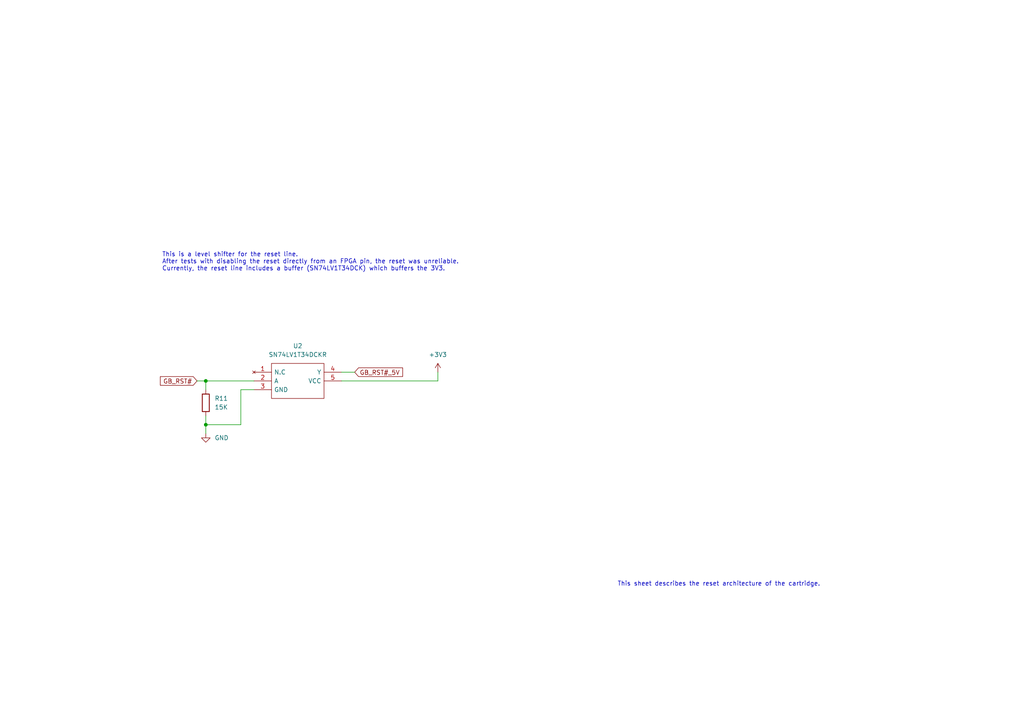
<source format=kicad_sch>
(kicad_sch (version 20211123) (generator eeschema)

  (uuid c4587bb7-c73a-4ad0-bcd4-d7dc9697e09b)

  (paper "A4")

  (title_block
    (title "GB Reset")
  )

  (lib_symbols
    (symbol "Device:R" (pin_numbers hide) (pin_names (offset 0)) (in_bom yes) (on_board yes)
      (property "Reference" "R" (id 0) (at 2.032 0 90)
        (effects (font (size 1.27 1.27)))
      )
      (property "Value" "R" (id 1) (at 0 0 90)
        (effects (font (size 1.27 1.27)))
      )
      (property "Footprint" "" (id 2) (at -1.778 0 90)
        (effects (font (size 1.27 1.27)) hide)
      )
      (property "Datasheet" "~" (id 3) (at 0 0 0)
        (effects (font (size 1.27 1.27)) hide)
      )
      (property "ki_keywords" "R res resistor" (id 4) (at 0 0 0)
        (effects (font (size 1.27 1.27)) hide)
      )
      (property "ki_description" "Resistor" (id 5) (at 0 0 0)
        (effects (font (size 1.27 1.27)) hide)
      )
      (property "ki_fp_filters" "R_*" (id 6) (at 0 0 0)
        (effects (font (size 1.27 1.27)) hide)
      )
      (symbol "R_0_1"
        (rectangle (start -1.016 -2.54) (end 1.016 2.54)
          (stroke (width 0.254) (type default) (color 0 0 0 0))
          (fill (type none))
        )
      )
      (symbol "R_1_1"
        (pin passive line (at 0 3.81 270) (length 1.27)
          (name "~" (effects (font (size 1.27 1.27))))
          (number "1" (effects (font (size 1.27 1.27))))
        )
        (pin passive line (at 0 -3.81 90) (length 1.27)
          (name "~" (effects (font (size 1.27 1.27))))
          (number "2" (effects (font (size 1.27 1.27))))
        )
      )
    )
    (symbol "SamacSys_Parts:SN74LV1T34DCKR" (pin_names (offset 0.762)) (in_bom yes) (on_board yes)
      (property "Reference" "IC" (id 0) (at 21.59 7.62 0)
        (effects (font (size 1.27 1.27)) (justify left))
      )
      (property "Value" "SN74LV1T34DCKR" (id 1) (at 21.59 5.08 0)
        (effects (font (size 1.27 1.27)) (justify left))
      )
      (property "Footprint" "SOT65P210X110-5N" (id 2) (at 21.59 2.54 0)
        (effects (font (size 1.27 1.27)) (justify left) hide)
      )
      (property "Datasheet" "http://www.ti.com/lit/gpn/sn74lv1t34" (id 3) (at 21.59 0 0)
        (effects (font (size 1.27 1.27)) (justify left) hide)
      )
      (property "Description" "Single Power Supply BUFFER Logic Level Shifter (no enable)" (id 4) (at 21.59 -2.54 0)
        (effects (font (size 1.27 1.27)) (justify left) hide)
      )
      (property "Height" "1.1" (id 5) (at 21.59 -5.08 0)
        (effects (font (size 1.27 1.27)) (justify left) hide)
      )
      (property "Mouser Part Number" "595-SN74LV1T34DCKR" (id 6) (at 21.59 -7.62 0)
        (effects (font (size 1.27 1.27)) (justify left) hide)
      )
      (property "Mouser Price/Stock" "https://www.mouser.co.uk/ProductDetail/Texas-Instruments/SN74LV1T34DCKR?qs=8sOby8ZxZLGjFfifrzzjkQ%3D%3D" (id 7) (at 21.59 -10.16 0)
        (effects (font (size 1.27 1.27)) (justify left) hide)
      )
      (property "Manufacturer_Name" "Texas Instruments" (id 8) (at 21.59 -12.7 0)
        (effects (font (size 1.27 1.27)) (justify left) hide)
      )
      (property "Manufacturer_Part_Number" "SN74LV1T34DCKR" (id 9) (at 21.59 -15.24 0)
        (effects (font (size 1.27 1.27)) (justify left) hide)
      )
      (property "ki_description" "Single Power Supply BUFFER Logic Level Shifter (no enable)" (id 10) (at 0 0 0)
        (effects (font (size 1.27 1.27)) hide)
      )
      (symbol "SN74LV1T34DCKR_0_0"
        (pin no_connect line (at 0 0 0) (length 5.08)
          (name "N.C" (effects (font (size 1.27 1.27))))
          (number "1" (effects (font (size 1.27 1.27))))
        )
        (pin passive line (at 0 -2.54 0) (length 5.08)
          (name "A" (effects (font (size 1.27 1.27))))
          (number "2" (effects (font (size 1.27 1.27))))
        )
        (pin passive line (at 0 -5.08 0) (length 5.08)
          (name "GND" (effects (font (size 1.27 1.27))))
          (number "3" (effects (font (size 1.27 1.27))))
        )
        (pin passive line (at 25.4 0 180) (length 5.08)
          (name "Y" (effects (font (size 1.27 1.27))))
          (number "4" (effects (font (size 1.27 1.27))))
        )
        (pin passive line (at 25.4 -2.54 180) (length 5.08)
          (name "VCC" (effects (font (size 1.27 1.27))))
          (number "5" (effects (font (size 1.27 1.27))))
        )
      )
      (symbol "SN74LV1T34DCKR_0_1"
        (polyline
          (pts
            (xy 5.08 2.54)
            (xy 20.32 2.54)
            (xy 20.32 -7.62)
            (xy 5.08 -7.62)
            (xy 5.08 2.54)
          )
          (stroke (width 0.1524) (type default) (color 0 0 0 0))
          (fill (type none))
        )
      )
    )
    (symbol "power:+3V3" (power) (pin_names (offset 0)) (in_bom yes) (on_board yes)
      (property "Reference" "#PWR" (id 0) (at 0 -3.81 0)
        (effects (font (size 1.27 1.27)) hide)
      )
      (property "Value" "+3V3" (id 1) (at 0 3.556 0)
        (effects (font (size 1.27 1.27)))
      )
      (property "Footprint" "" (id 2) (at 0 0 0)
        (effects (font (size 1.27 1.27)) hide)
      )
      (property "Datasheet" "" (id 3) (at 0 0 0)
        (effects (font (size 1.27 1.27)) hide)
      )
      (property "ki_keywords" "power-flag" (id 4) (at 0 0 0)
        (effects (font (size 1.27 1.27)) hide)
      )
      (property "ki_description" "Power symbol creates a global label with name \"+3V3\"" (id 5) (at 0 0 0)
        (effects (font (size 1.27 1.27)) hide)
      )
      (symbol "+3V3_0_1"
        (polyline
          (pts
            (xy -0.762 1.27)
            (xy 0 2.54)
          )
          (stroke (width 0) (type default) (color 0 0 0 0))
          (fill (type none))
        )
        (polyline
          (pts
            (xy 0 0)
            (xy 0 2.54)
          )
          (stroke (width 0) (type default) (color 0 0 0 0))
          (fill (type none))
        )
        (polyline
          (pts
            (xy 0 2.54)
            (xy 0.762 1.27)
          )
          (stroke (width 0) (type default) (color 0 0 0 0))
          (fill (type none))
        )
      )
      (symbol "+3V3_1_1"
        (pin power_in line (at 0 0 90) (length 0) hide
          (name "+3V3" (effects (font (size 1.27 1.27))))
          (number "1" (effects (font (size 1.27 1.27))))
        )
      )
    )
    (symbol "power:GND" (power) (pin_names (offset 0)) (in_bom yes) (on_board yes)
      (property "Reference" "#PWR" (id 0) (at 0 -6.35 0)
        (effects (font (size 1.27 1.27)) hide)
      )
      (property "Value" "GND" (id 1) (at 0 -3.81 0)
        (effects (font (size 1.27 1.27)))
      )
      (property "Footprint" "" (id 2) (at 0 0 0)
        (effects (font (size 1.27 1.27)) hide)
      )
      (property "Datasheet" "" (id 3) (at 0 0 0)
        (effects (font (size 1.27 1.27)) hide)
      )
      (property "ki_keywords" "power-flag" (id 4) (at 0 0 0)
        (effects (font (size 1.27 1.27)) hide)
      )
      (property "ki_description" "Power symbol creates a global label with name \"GND\" , ground" (id 5) (at 0 0 0)
        (effects (font (size 1.27 1.27)) hide)
      )
      (symbol "GND_0_1"
        (polyline
          (pts
            (xy 0 0)
            (xy 0 -1.27)
            (xy 1.27 -1.27)
            (xy 0 -2.54)
            (xy -1.27 -1.27)
            (xy 0 -1.27)
          )
          (stroke (width 0) (type default) (color 0 0 0 0))
          (fill (type none))
        )
      )
      (symbol "GND_1_1"
        (pin power_in line (at 0 0 270) (length 0) hide
          (name "GND" (effects (font (size 1.27 1.27))))
          (number "1" (effects (font (size 1.27 1.27))))
        )
      )
    )
  )

  (junction (at 59.69 123.19) (diameter 0) (color 0 0 0 0)
    (uuid 6041efaa-fbf6-408f-98d6-f092010d952e)
  )
  (junction (at 59.69 110.49) (diameter 0) (color 0 0 0 0)
    (uuid b2820ed0-9e2c-4829-860f-d91ca484684e)
  )

  (wire (pts (xy 59.69 123.19) (xy 59.69 125.73))
    (stroke (width 0) (type default) (color 0 0 0 0))
    (uuid 19bbdc4b-46a2-4801-b248-95fb1337aa50)
  )
  (wire (pts (xy 59.69 110.49) (xy 57.15 110.49))
    (stroke (width 0) (type default) (color 0 0 0 0))
    (uuid 1f9ef9b9-642a-4076-b965-0b3302b96fa3)
  )
  (wire (pts (xy 59.69 110.49) (xy 73.66 110.49))
    (stroke (width 0) (type default) (color 0 0 0 0))
    (uuid 2695b504-c9ec-418b-bc30-13e0870dac7b)
  )
  (wire (pts (xy 69.85 113.03) (xy 69.85 123.19))
    (stroke (width 0) (type default) (color 0 0 0 0))
    (uuid 3ab2a869-bb8c-4555-afcc-a398e33c438c)
  )
  (wire (pts (xy 127 110.49) (xy 127 107.95))
    (stroke (width 0) (type default) (color 0 0 0 0))
    (uuid 9e63bf19-8d16-4cbf-b14a-36fb3fadbefe)
  )
  (wire (pts (xy 73.66 113.03) (xy 69.85 113.03))
    (stroke (width 0) (type default) (color 0 0 0 0))
    (uuid ad59fa09-4161-4fc6-ba98-b7f28494fc09)
  )
  (wire (pts (xy 59.69 120.65) (xy 59.69 123.19))
    (stroke (width 0) (type default) (color 0 0 0 0))
    (uuid bf9977c2-1dce-48e3-ba76-235e17c80ff6)
  )
  (wire (pts (xy 99.06 107.95) (xy 102.87 107.95))
    (stroke (width 0) (type default) (color 0 0 0 0))
    (uuid c45128b7-9265-4930-b5ee-6011d98937ec)
  )
  (wire (pts (xy 59.69 113.03) (xy 59.69 110.49))
    (stroke (width 0) (type default) (color 0 0 0 0))
    (uuid cd9bd635-7e05-40ea-883d-557996f94cd9)
  )
  (wire (pts (xy 59.69 123.19) (xy 69.85 123.19))
    (stroke (width 0) (type default) (color 0 0 0 0))
    (uuid d3916bb8-e1a5-4fe5-b0e8-12ca1120cc2c)
  )
  (wire (pts (xy 99.06 110.49) (xy 127 110.49))
    (stroke (width 0) (type default) (color 0 0 0 0))
    (uuid ddeddc24-9cf3-4736-bb18-832dc24dc464)
  )

  (text "This is a level shifter for the reset line.\nAfter tests with disabling the reset directly from an FPGA pin, the reset was unreliable.\nCurrently, the reset line includes a buffer (SN74LV1T34DCK) which buffers the 3V3. "
    (at 46.99 78.74 0)
    (effects (font (size 1.27 1.27)) (justify left bottom))
    (uuid 87e0d5ac-59e9-4348-9420-9b96ecfc65ba)
  )
  (text "This sheet describes the reset architecture of the cartridge."
    (at 179.07 170.18 0)
    (effects (font (size 1.27 1.27)) (justify left bottom))
    (uuid b3f6851d-9df7-4551-baf4-46f85873447c)
  )

  (global_label "GB_RST#_5V" (shape input) (at 102.87 107.95 0) (fields_autoplaced)
    (effects (font (size 1.27 1.27)) (justify left))
    (uuid 1bea030a-e27a-4de2-a3b7-0b5290c6b8ca)
    (property "Intersheet References" "${INTERSHEET_REFS}" (id 0) (at 116.7736 107.8706 0)
      (effects (font (size 1.27 1.27)) (justify left) hide)
    )
  )
  (global_label "GB_RST#" (shape input) (at 57.15 110.49 180) (fields_autoplaced)
    (effects (font (size 1.27 1.27)) (justify right))
    (uuid cc8c06b2-c0e8-40ab-a6ff-45f6b4ad4965)
    (property "Intersheet References" "${INTERSHEET_REFS}" (id 0) (at 46.5121 110.5694 0)
      (effects (font (size 1.27 1.27)) (justify right) hide)
    )
  )

  (symbol (lib_id "power:+3V3") (at 127 107.95 0) (unit 1)
    (in_bom yes) (on_board yes) (fields_autoplaced)
    (uuid 1060ba09-7362-436d-91a5-77fadf9190aa)
    (property "Reference" "#PWR031" (id 0) (at 127 111.76 0)
      (effects (font (size 1.27 1.27)) hide)
    )
    (property "Value" "+3V3" (id 1) (at 127 102.87 0))
    (property "Footprint" "" (id 2) (at 127 107.95 0)
      (effects (font (size 1.27 1.27)) hide)
    )
    (property "Datasheet" "" (id 3) (at 127 107.95 0)
      (effects (font (size 1.27 1.27)) hide)
    )
    (pin "1" (uuid e6c8e499-00d2-4f9a-b112-888f6ab99c0f))
  )

  (symbol (lib_id "SamacSys_Parts:SN74LV1T34DCKR") (at 73.66 107.95 0) (unit 1)
    (in_bom yes) (on_board yes)
    (uuid 4ac21eec-4871-494e-81dc-4764ce424ca8)
    (property "Reference" "U2" (id 0) (at 86.36 100.33 0))
    (property "Value" "SN74LV1T34DCKR" (id 1) (at 86.36 102.87 0))
    (property "Footprint" "SOT65P210X110-5N" (id 2) (at 95.25 105.41 0)
      (effects (font (size 1.27 1.27)) (justify left) hide)
    )
    (property "Datasheet" "http://www.ti.com/lit/gpn/sn74lv1t34" (id 3) (at 95.25 107.95 0)
      (effects (font (size 1.27 1.27)) (justify left) hide)
    )
    (property "Description" "Single Power Supply BUFFER Logic Level Shifter (no enable)" (id 4) (at 95.25 110.49 0)
      (effects (font (size 1.27 1.27)) (justify left) hide)
    )
    (property "Height" "1.1" (id 5) (at 95.25 113.03 0)
      (effects (font (size 1.27 1.27)) (justify left) hide)
    )
    (property "Mouser Part Number" "595-SN74LV1T34DCKR" (id 6) (at 95.25 115.57 0)
      (effects (font (size 1.27 1.27)) (justify left) hide)
    )
    (property "Mouser Price/Stock" "https://www.mouser.co.uk/ProductDetail/Texas-Instruments/SN74LV1T34DCKR?qs=8sOby8ZxZLGjFfifrzzjkQ%3D%3D" (id 7) (at 95.25 118.11 0)
      (effects (font (size 1.27 1.27)) (justify left) hide)
    )
    (property "Manufacturer_Name" "Texas Instruments" (id 8) (at 95.25 120.65 0)
      (effects (font (size 1.27 1.27)) (justify left) hide)
    )
    (property "Manufacturer_Part_Number" "SN74LV1T34DCKR" (id 9) (at 95.25 123.19 0)
      (effects (font (size 1.27 1.27)) (justify left) hide)
    )
    (pin "1" (uuid 43bd4e17-8774-48ac-97bc-961213c5e61e))
    (pin "2" (uuid eb11ed93-997b-4709-95cc-95ee4900b2a1))
    (pin "3" (uuid 5d495fb8-5afe-4b1d-933a-03ad454be083))
    (pin "4" (uuid 279b5dc7-6490-4b89-99ea-e8a55c570779))
    (pin "5" (uuid 6157100d-f112-4393-a44d-a30f171107e8))
  )

  (symbol (lib_id "power:GND") (at 59.69 125.73 0) (unit 1)
    (in_bom yes) (on_board yes) (fields_autoplaced)
    (uuid d8d1e33e-6ff7-4ecd-b9c2-abdea3f65b40)
    (property "Reference" "#PWR030" (id 0) (at 59.69 132.08 0)
      (effects (font (size 1.27 1.27)) hide)
    )
    (property "Value" "GND" (id 1) (at 62.23 126.9999 0)
      (effects (font (size 1.27 1.27)) (justify left))
    )
    (property "Footprint" "" (id 2) (at 59.69 125.73 0)
      (effects (font (size 1.27 1.27)) hide)
    )
    (property "Datasheet" "" (id 3) (at 59.69 125.73 0)
      (effects (font (size 1.27 1.27)) hide)
    )
    (pin "1" (uuid 0527b4d7-4ee9-4bdd-8366-66dafbd318ab))
  )

  (symbol (lib_id "Device:R") (at 59.69 116.84 180) (unit 1)
    (in_bom yes) (on_board yes) (fields_autoplaced)
    (uuid dcf8c482-9eee-4235-9ac4-1c22f453249c)
    (property "Reference" "R11" (id 0) (at 62.23 115.5699 0)
      (effects (font (size 1.27 1.27)) (justify right))
    )
    (property "Value" "15K" (id 1) (at 62.23 118.1099 0)
      (effects (font (size 1.27 1.27)) (justify right))
    )
    (property "Footprint" "" (id 2) (at 61.468 116.84 90)
      (effects (font (size 1.27 1.27)) hide)
    )
    (property "Datasheet" "~" (id 3) (at 59.69 116.84 0)
      (effects (font (size 1.27 1.27)) hide)
    )
    (pin "1" (uuid f25d7f0c-e846-42ba-9e00-2f092d1ab813))
    (pin "2" (uuid 25f3c03a-f6bd-4442-a082-869123ef0d27))
  )
)

</source>
